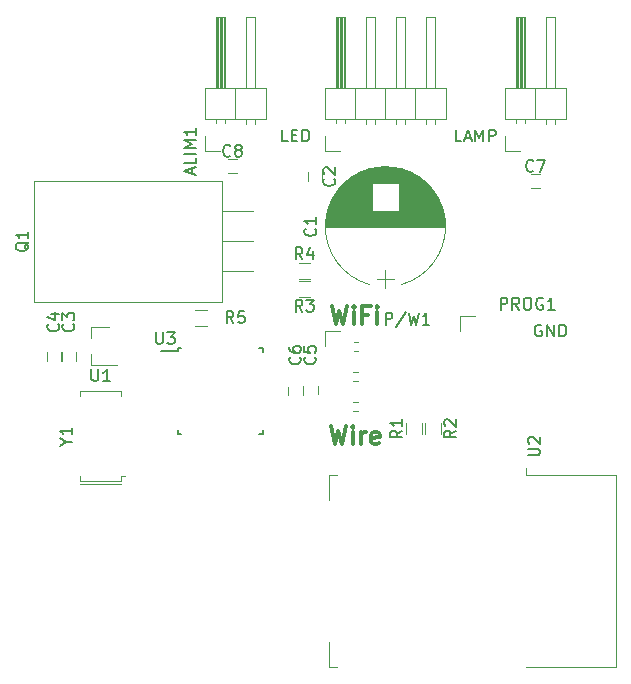
<source format=gto>
G04 #@! TF.GenerationSoftware,KiCad,Pcbnew,(5.0.1)-3*
G04 #@! TF.CreationDate,2018-12-25T20:41:25+01:00*
G04 #@! TF.ProjectId,iLight,694C696768742E6B696361645F706362,rev?*
G04 #@! TF.SameCoordinates,Original*
G04 #@! TF.FileFunction,Legend,Top*
G04 #@! TF.FilePolarity,Positive*
%FSLAX46Y46*%
G04 Gerber Fmt 4.6, Leading zero omitted, Abs format (unit mm)*
G04 Created by KiCad (PCBNEW (5.0.1)-3) date 25/12/2018 20:41:25*
%MOMM*%
%LPD*%
G01*
G04 APERTURE LIST*
%ADD10C,0.300000*%
%ADD11C,0.120000*%
%ADD12C,0.150000*%
G04 APERTURE END LIST*
D10*
X192202857Y-121098571D02*
X192560000Y-122598571D01*
X192845714Y-121527142D01*
X193131428Y-122598571D01*
X193488571Y-121098571D01*
X194060000Y-122598571D02*
X194060000Y-121598571D01*
X194060000Y-121098571D02*
X193988571Y-121170000D01*
X194060000Y-121241428D01*
X194131428Y-121170000D01*
X194060000Y-121098571D01*
X194060000Y-121241428D01*
X194774285Y-122598571D02*
X194774285Y-121598571D01*
X194774285Y-121884285D02*
X194845714Y-121741428D01*
X194917142Y-121670000D01*
X195060000Y-121598571D01*
X195202857Y-121598571D01*
X196274285Y-122527142D02*
X196131428Y-122598571D01*
X195845714Y-122598571D01*
X195702857Y-122527142D01*
X195631428Y-122384285D01*
X195631428Y-121812857D01*
X195702857Y-121670000D01*
X195845714Y-121598571D01*
X196131428Y-121598571D01*
X196274285Y-121670000D01*
X196345714Y-121812857D01*
X196345714Y-121955714D01*
X195631428Y-122098571D01*
X192310000Y-110938571D02*
X192667142Y-112438571D01*
X192952857Y-111367142D01*
X193238571Y-112438571D01*
X193595714Y-110938571D01*
X194167142Y-112438571D02*
X194167142Y-111438571D01*
X194167142Y-110938571D02*
X194095714Y-111010000D01*
X194167142Y-111081428D01*
X194238571Y-111010000D01*
X194167142Y-110938571D01*
X194167142Y-111081428D01*
X195381428Y-111652857D02*
X194881428Y-111652857D01*
X194881428Y-112438571D02*
X194881428Y-110938571D01*
X195595714Y-110938571D01*
X196167142Y-112438571D02*
X196167142Y-111438571D01*
X196167142Y-110938571D02*
X196095714Y-111010000D01*
X196167142Y-111081428D01*
X196238571Y-111010000D01*
X196167142Y-110938571D01*
X196167142Y-111081428D01*
D11*
G04 #@! TO.C,PROG1*
X203200000Y-111760000D02*
X204470000Y-111760000D01*
X203200000Y-113030000D02*
X203200000Y-111760000D01*
G04 #@! TO.C,P/W1*
X191770000Y-113030000D02*
X193040000Y-113030000D01*
X191770000Y-114300000D02*
X191770000Y-113030000D01*
X194082929Y-119760000D02*
X194537071Y-119760000D01*
X194082929Y-119000000D02*
X194537071Y-119000000D01*
X194082929Y-117220000D02*
X194537071Y-117220000D01*
X194082929Y-116460000D02*
X194537071Y-116460000D01*
X194150000Y-114680000D02*
X194537071Y-114680000D01*
X194150000Y-113920000D02*
X194537071Y-113920000D01*
G04 #@! TO.C,ALIM1*
X181610000Y-97790000D02*
X181610000Y-96520000D01*
X182880000Y-97790000D02*
X181610000Y-97790000D01*
X185800000Y-95477071D02*
X185800000Y-95080000D01*
X185040000Y-95477071D02*
X185040000Y-95080000D01*
X185800000Y-86420000D02*
X185800000Y-92420000D01*
X185040000Y-86420000D02*
X185800000Y-86420000D01*
X185040000Y-92420000D02*
X185040000Y-86420000D01*
X184150000Y-95080000D02*
X184150000Y-92420000D01*
X183260000Y-95410000D02*
X183260000Y-95080000D01*
X182500000Y-95410000D02*
X182500000Y-95080000D01*
X183160000Y-92420000D02*
X183160000Y-86420000D01*
X183040000Y-92420000D02*
X183040000Y-86420000D01*
X182920000Y-92420000D02*
X182920000Y-86420000D01*
X182800000Y-92420000D02*
X182800000Y-86420000D01*
X182680000Y-92420000D02*
X182680000Y-86420000D01*
X182560000Y-92420000D02*
X182560000Y-86420000D01*
X183260000Y-86420000D02*
X183260000Y-92420000D01*
X182500000Y-86420000D02*
X183260000Y-86420000D01*
X182500000Y-92420000D02*
X182500000Y-86420000D01*
X181550000Y-92420000D02*
X181550000Y-95080000D01*
X186750000Y-92420000D02*
X181550000Y-92420000D01*
X186750000Y-95080000D02*
X186750000Y-92420000D01*
X181550000Y-95080000D02*
X186750000Y-95080000D01*
G04 #@! TO.C,C2*
X190281000Y-100299000D02*
X190281000Y-99599000D01*
X191481000Y-99599000D02*
X191481000Y-100299000D01*
G04 #@! TO.C,C3*
X169453000Y-115539000D02*
X169453000Y-114839000D01*
X170653000Y-114839000D02*
X170653000Y-115539000D01*
G04 #@! TO.C,C4*
X169383000Y-114839000D02*
X169383000Y-115539000D01*
X168183000Y-115539000D02*
X168183000Y-114839000D01*
G04 #@! TO.C,C5*
X189900000Y-118394000D02*
X189900000Y-117694000D01*
X191100000Y-117694000D02*
X191100000Y-118394000D01*
G04 #@! TO.C,C6*
X188630000Y-118460000D02*
X188630000Y-117760000D01*
X189830000Y-117760000D02*
X189830000Y-118460000D01*
G04 #@! TO.C,C7*
X209200000Y-99730000D02*
X209900000Y-99730000D01*
X209900000Y-100930000D02*
X209200000Y-100930000D01*
G04 #@! TO.C,C8*
X184246000Y-99660000D02*
X183546000Y-99660000D01*
X183546000Y-98460000D02*
X184246000Y-98460000D01*
G04 #@! TO.C,C1*
X196100000Y-108630000D02*
X197600000Y-108630000D01*
X196850000Y-109380000D02*
X196850000Y-107880000D01*
X196571000Y-99099000D02*
X197129000Y-99099000D01*
X196178000Y-99139000D02*
X197522000Y-99139000D01*
X195937000Y-99179000D02*
X197763000Y-99179000D01*
X195746000Y-99219000D02*
X197954000Y-99219000D01*
X195585000Y-99259000D02*
X198115000Y-99259000D01*
X195443000Y-99299000D02*
X198257000Y-99299000D01*
X195314000Y-99339000D02*
X198386000Y-99339000D01*
X195196000Y-99379000D02*
X198504000Y-99379000D01*
X195087000Y-99419000D02*
X198613000Y-99419000D01*
X194984000Y-99459000D02*
X198716000Y-99459000D01*
X194888000Y-99499000D02*
X198812000Y-99499000D01*
X194797000Y-99539000D02*
X198903000Y-99539000D01*
X194710000Y-99579000D02*
X198990000Y-99579000D01*
X194628000Y-99619000D02*
X199072000Y-99619000D01*
X194549000Y-99659000D02*
X199151000Y-99659000D01*
X194473000Y-99699000D02*
X199227000Y-99699000D01*
X194401000Y-99739000D02*
X199299000Y-99739000D01*
X194331000Y-99779000D02*
X199369000Y-99779000D01*
X194263000Y-99819000D02*
X199437000Y-99819000D01*
X194198000Y-99859000D02*
X199502000Y-99859000D01*
X194135000Y-99899000D02*
X199565000Y-99899000D01*
X194073000Y-99939000D02*
X199627000Y-99939000D01*
X194014000Y-99979000D02*
X199686000Y-99979000D01*
X193956000Y-100019000D02*
X199744000Y-100019000D01*
X193901000Y-100059000D02*
X199799000Y-100059000D01*
X193846000Y-100099000D02*
X199854000Y-100099000D01*
X193793000Y-100139000D02*
X199907000Y-100139000D01*
X193742000Y-100179000D02*
X199958000Y-100179000D01*
X193692000Y-100219000D02*
X200008000Y-100219000D01*
X193643000Y-100259000D02*
X200057000Y-100259000D01*
X193595000Y-100299000D02*
X200105000Y-100299000D01*
X193548000Y-100339000D02*
X200152000Y-100339000D01*
X193503000Y-100379000D02*
X200197000Y-100379000D01*
X193459000Y-100419000D02*
X200241000Y-100419000D01*
X193415000Y-100459000D02*
X200285000Y-100459000D01*
X193373000Y-100499000D02*
X200327000Y-100499000D01*
X198031000Y-100539000D02*
X200368000Y-100539000D01*
X193332000Y-100539000D02*
X195669000Y-100539000D01*
X198031000Y-100579000D02*
X200409000Y-100579000D01*
X193291000Y-100579000D02*
X195669000Y-100579000D01*
X198031000Y-100619000D02*
X200448000Y-100619000D01*
X193252000Y-100619000D02*
X195669000Y-100619000D01*
X198031000Y-100659000D02*
X200487000Y-100659000D01*
X193213000Y-100659000D02*
X195669000Y-100659000D01*
X198031000Y-100699000D02*
X200525000Y-100699000D01*
X193175000Y-100699000D02*
X195669000Y-100699000D01*
X198031000Y-100739000D02*
X200562000Y-100739000D01*
X193138000Y-100739000D02*
X195669000Y-100739000D01*
X198031000Y-100779000D02*
X200598000Y-100779000D01*
X193102000Y-100779000D02*
X195669000Y-100779000D01*
X198031000Y-100819000D02*
X200634000Y-100819000D01*
X193066000Y-100819000D02*
X195669000Y-100819000D01*
X198031000Y-100859000D02*
X200669000Y-100859000D01*
X193031000Y-100859000D02*
X195669000Y-100859000D01*
X198031000Y-100899000D02*
X200703000Y-100899000D01*
X192997000Y-100899000D02*
X195669000Y-100899000D01*
X198031000Y-100939000D02*
X200736000Y-100939000D01*
X192964000Y-100939000D02*
X195669000Y-100939000D01*
X198031000Y-100979000D02*
X200769000Y-100979000D01*
X192931000Y-100979000D02*
X195669000Y-100979000D01*
X198031000Y-101019000D02*
X200801000Y-101019000D01*
X192899000Y-101019000D02*
X195669000Y-101019000D01*
X198031000Y-101059000D02*
X200832000Y-101059000D01*
X192868000Y-101059000D02*
X195669000Y-101059000D01*
X198031000Y-101099000D02*
X200863000Y-101099000D01*
X192837000Y-101099000D02*
X195669000Y-101099000D01*
X198031000Y-101139000D02*
X200893000Y-101139000D01*
X192807000Y-101139000D02*
X195669000Y-101139000D01*
X198031000Y-101179000D02*
X200922000Y-101179000D01*
X192778000Y-101179000D02*
X195669000Y-101179000D01*
X198031000Y-101219000D02*
X200951000Y-101219000D01*
X192749000Y-101219000D02*
X195669000Y-101219000D01*
X198031000Y-101259000D02*
X200980000Y-101259000D01*
X192720000Y-101259000D02*
X195669000Y-101259000D01*
X198031000Y-101299000D02*
X201007000Y-101299000D01*
X192693000Y-101299000D02*
X195669000Y-101299000D01*
X198031000Y-101339000D02*
X201035000Y-101339000D01*
X192665000Y-101339000D02*
X195669000Y-101339000D01*
X198031000Y-101379000D02*
X201061000Y-101379000D01*
X192639000Y-101379000D02*
X195669000Y-101379000D01*
X198031000Y-101419000D02*
X201087000Y-101419000D01*
X192613000Y-101419000D02*
X195669000Y-101419000D01*
X198031000Y-101459000D02*
X201113000Y-101459000D01*
X192587000Y-101459000D02*
X195669000Y-101459000D01*
X198031000Y-101499000D02*
X201138000Y-101499000D01*
X192562000Y-101499000D02*
X195669000Y-101499000D01*
X198031000Y-101539000D02*
X201162000Y-101539000D01*
X192538000Y-101539000D02*
X195669000Y-101539000D01*
X198031000Y-101579000D02*
X201186000Y-101579000D01*
X192514000Y-101579000D02*
X195669000Y-101579000D01*
X198031000Y-101619000D02*
X201210000Y-101619000D01*
X192490000Y-101619000D02*
X195669000Y-101619000D01*
X198031000Y-101659000D02*
X201233000Y-101659000D01*
X192467000Y-101659000D02*
X195669000Y-101659000D01*
X198031000Y-101699000D02*
X201255000Y-101699000D01*
X192445000Y-101699000D02*
X195669000Y-101699000D01*
X198031000Y-101739000D02*
X201278000Y-101739000D01*
X192422000Y-101739000D02*
X195669000Y-101739000D01*
X198031000Y-101779000D02*
X201299000Y-101779000D01*
X192401000Y-101779000D02*
X195669000Y-101779000D01*
X198031000Y-101819000D02*
X201320000Y-101819000D01*
X192380000Y-101819000D02*
X195669000Y-101819000D01*
X198031000Y-101859000D02*
X201341000Y-101859000D01*
X192359000Y-101859000D02*
X195669000Y-101859000D01*
X198031000Y-101899000D02*
X201361000Y-101899000D01*
X192339000Y-101899000D02*
X195669000Y-101899000D01*
X198031000Y-101939000D02*
X201381000Y-101939000D01*
X192319000Y-101939000D02*
X195669000Y-101939000D01*
X198031000Y-101979000D02*
X201400000Y-101979000D01*
X192300000Y-101979000D02*
X195669000Y-101979000D01*
X198031000Y-102019000D02*
X201419000Y-102019000D01*
X192281000Y-102019000D02*
X195669000Y-102019000D01*
X198031000Y-102059000D02*
X201438000Y-102059000D01*
X192262000Y-102059000D02*
X195669000Y-102059000D01*
X198031000Y-102099000D02*
X201456000Y-102099000D01*
X192244000Y-102099000D02*
X195669000Y-102099000D01*
X198031000Y-102139000D02*
X201474000Y-102139000D01*
X192226000Y-102139000D02*
X195669000Y-102139000D01*
X198031000Y-102179000D02*
X201491000Y-102179000D01*
X192209000Y-102179000D02*
X195669000Y-102179000D01*
X198031000Y-102219000D02*
X201508000Y-102219000D01*
X192192000Y-102219000D02*
X195669000Y-102219000D01*
X198031000Y-102259000D02*
X201524000Y-102259000D01*
X192176000Y-102259000D02*
X195669000Y-102259000D01*
X198031000Y-102299000D02*
X201541000Y-102299000D01*
X192159000Y-102299000D02*
X195669000Y-102299000D01*
X198031000Y-102339000D02*
X201556000Y-102339000D01*
X192144000Y-102339000D02*
X195669000Y-102339000D01*
X198031000Y-102379000D02*
X201572000Y-102379000D01*
X192128000Y-102379000D02*
X195669000Y-102379000D01*
X198031000Y-102419000D02*
X201587000Y-102419000D01*
X192113000Y-102419000D02*
X195669000Y-102419000D01*
X198031000Y-102459000D02*
X201601000Y-102459000D01*
X192099000Y-102459000D02*
X195669000Y-102459000D01*
X198031000Y-102499000D02*
X201615000Y-102499000D01*
X192085000Y-102499000D02*
X195669000Y-102499000D01*
X198031000Y-102539000D02*
X201629000Y-102539000D01*
X192071000Y-102539000D02*
X195669000Y-102539000D01*
X198031000Y-102579000D02*
X201642000Y-102579000D01*
X192058000Y-102579000D02*
X195669000Y-102579000D01*
X198031000Y-102619000D02*
X201656000Y-102619000D01*
X192044000Y-102619000D02*
X195669000Y-102619000D01*
X198031000Y-102659000D02*
X201668000Y-102659000D01*
X192032000Y-102659000D02*
X195669000Y-102659000D01*
X198031000Y-102699000D02*
X201681000Y-102699000D01*
X192019000Y-102699000D02*
X195669000Y-102699000D01*
X198031000Y-102739000D02*
X201693000Y-102739000D01*
X192007000Y-102739000D02*
X195669000Y-102739000D01*
X198031000Y-102779000D02*
X201704000Y-102779000D01*
X191996000Y-102779000D02*
X195669000Y-102779000D01*
X198031000Y-102819000D02*
X201715000Y-102819000D01*
X191985000Y-102819000D02*
X195669000Y-102819000D01*
X198031000Y-102859000D02*
X201726000Y-102859000D01*
X191974000Y-102859000D02*
X195669000Y-102859000D01*
X191963000Y-102899000D02*
X201737000Y-102899000D01*
X191953000Y-102939000D02*
X201747000Y-102939000D01*
X191943000Y-102979000D02*
X201757000Y-102979000D01*
X191933000Y-103019000D02*
X201767000Y-103019000D01*
X191924000Y-103059000D02*
X201776000Y-103059000D01*
X191915000Y-103099000D02*
X201785000Y-103099000D01*
X191907000Y-103139000D02*
X201793000Y-103139000D01*
X191899000Y-103179000D02*
X201801000Y-103179000D01*
X191891000Y-103219000D02*
X201809000Y-103219000D01*
X191883000Y-103259000D02*
X201817000Y-103259000D01*
X191876000Y-103299000D02*
X201824000Y-103299000D01*
X191869000Y-103339000D02*
X201831000Y-103339000D01*
X191863000Y-103379000D02*
X201837000Y-103379000D01*
X191857000Y-103419000D02*
X201843000Y-103419000D01*
X191851000Y-103459000D02*
X201849000Y-103459000D01*
X191845000Y-103500000D02*
X201855000Y-103500000D01*
X191840000Y-103540000D02*
X201860000Y-103540000D01*
X191835000Y-103580000D02*
X201865000Y-103580000D01*
X191830000Y-103620000D02*
X201870000Y-103620000D01*
X191826000Y-103660000D02*
X201874000Y-103660000D01*
X191822000Y-103700000D02*
X201878000Y-103700000D01*
X191819000Y-103740000D02*
X201881000Y-103740000D01*
X191815000Y-103780000D02*
X201885000Y-103780000D01*
X191812000Y-103820000D02*
X201888000Y-103820000D01*
X191810000Y-103860000D02*
X201890000Y-103860000D01*
X191807000Y-103900000D02*
X201893000Y-103900000D01*
X191805000Y-103940000D02*
X201895000Y-103940000D01*
X191803000Y-103980000D02*
X201897000Y-103980000D01*
X191802000Y-104020000D02*
X201898000Y-104020000D01*
X191801000Y-104060000D02*
X201899000Y-104060000D01*
X191800000Y-104100000D02*
X201900000Y-104100000D01*
X191800000Y-104140000D02*
X201900000Y-104140000D01*
X191800000Y-104180000D02*
X201900000Y-104180000D01*
X198233264Y-99281563D02*
G75*
G03X195470000Y-99280643I-1383264J-4898437D01*
G01*
X198233264Y-99281563D02*
G75*
G02X198230000Y-109079357I-1383264J-4898437D01*
G01*
X195466736Y-99281563D02*
G75*
G03X195470000Y-109079357I1383264J-4898437D01*
G01*
G04 #@! TO.C,Y1*
X171020000Y-125720000D02*
X171020000Y-125320000D01*
X174420000Y-125720000D02*
X171020000Y-125720000D01*
X174420000Y-125320000D02*
X174420000Y-125720000D01*
X174820000Y-125320000D02*
X174420000Y-125320000D01*
X171020000Y-125960000D02*
X174420000Y-125960000D01*
X174420000Y-118120000D02*
X174420000Y-118520000D01*
X171020000Y-118120000D02*
X174420000Y-118120000D01*
X171020000Y-118520000D02*
X171020000Y-118120000D01*
D12*
G04 #@! TO.C,U3*
X179255000Y-114710000D02*
X177830000Y-114710000D01*
X186505000Y-114485000D02*
X186180000Y-114485000D01*
X186505000Y-121735000D02*
X186180000Y-121735000D01*
X179255000Y-121735000D02*
X179580000Y-121735000D01*
X179255000Y-114485000D02*
X179580000Y-114485000D01*
X179255000Y-121735000D02*
X179255000Y-121410000D01*
X186505000Y-121735000D02*
X186505000Y-121410000D01*
X186505000Y-114485000D02*
X186505000Y-114810000D01*
X179255000Y-114485000D02*
X179255000Y-114710000D01*
D11*
G04 #@! TO.C,LAMP*
X206950000Y-95080000D02*
X212150000Y-95080000D01*
X212150000Y-95080000D02*
X212150000Y-92420000D01*
X212150000Y-92420000D02*
X206950000Y-92420000D01*
X206950000Y-92420000D02*
X206950000Y-95080000D01*
X207900000Y-92420000D02*
X207900000Y-86420000D01*
X207900000Y-86420000D02*
X208660000Y-86420000D01*
X208660000Y-86420000D02*
X208660000Y-92420000D01*
X207960000Y-92420000D02*
X207960000Y-86420000D01*
X208080000Y-92420000D02*
X208080000Y-86420000D01*
X208200000Y-92420000D02*
X208200000Y-86420000D01*
X208320000Y-92420000D02*
X208320000Y-86420000D01*
X208440000Y-92420000D02*
X208440000Y-86420000D01*
X208560000Y-92420000D02*
X208560000Y-86420000D01*
X207900000Y-95410000D02*
X207900000Y-95080000D01*
X208660000Y-95410000D02*
X208660000Y-95080000D01*
X209550000Y-95080000D02*
X209550000Y-92420000D01*
X210440000Y-92420000D02*
X210440000Y-86420000D01*
X210440000Y-86420000D02*
X211200000Y-86420000D01*
X211200000Y-86420000D02*
X211200000Y-92420000D01*
X210440000Y-95477071D02*
X210440000Y-95080000D01*
X211200000Y-95477071D02*
X211200000Y-95080000D01*
X208280000Y-97790000D02*
X207010000Y-97790000D01*
X207010000Y-97790000D02*
X207010000Y-96520000D01*
G04 #@! TO.C,LED*
X191710000Y-95080000D02*
X201990000Y-95080000D01*
X201990000Y-95080000D02*
X201990000Y-92420000D01*
X201990000Y-92420000D02*
X191710000Y-92420000D01*
X191710000Y-92420000D02*
X191710000Y-95080000D01*
X192660000Y-92420000D02*
X192660000Y-86420000D01*
X192660000Y-86420000D02*
X193420000Y-86420000D01*
X193420000Y-86420000D02*
X193420000Y-92420000D01*
X192720000Y-92420000D02*
X192720000Y-86420000D01*
X192840000Y-92420000D02*
X192840000Y-86420000D01*
X192960000Y-92420000D02*
X192960000Y-86420000D01*
X193080000Y-92420000D02*
X193080000Y-86420000D01*
X193200000Y-92420000D02*
X193200000Y-86420000D01*
X193320000Y-92420000D02*
X193320000Y-86420000D01*
X192660000Y-95410000D02*
X192660000Y-95080000D01*
X193420000Y-95410000D02*
X193420000Y-95080000D01*
X194310000Y-95080000D02*
X194310000Y-92420000D01*
X195200000Y-92420000D02*
X195200000Y-86420000D01*
X195200000Y-86420000D02*
X195960000Y-86420000D01*
X195960000Y-86420000D02*
X195960000Y-92420000D01*
X195200000Y-95477071D02*
X195200000Y-95080000D01*
X195960000Y-95477071D02*
X195960000Y-95080000D01*
X196850000Y-95080000D02*
X196850000Y-92420000D01*
X197740000Y-92420000D02*
X197740000Y-86420000D01*
X197740000Y-86420000D02*
X198500000Y-86420000D01*
X198500000Y-86420000D02*
X198500000Y-92420000D01*
X197740000Y-95477071D02*
X197740000Y-95080000D01*
X198500000Y-95477071D02*
X198500000Y-95080000D01*
X199390000Y-95080000D02*
X199390000Y-92420000D01*
X200280000Y-92420000D02*
X200280000Y-86420000D01*
X200280000Y-86420000D02*
X201040000Y-86420000D01*
X201040000Y-86420000D02*
X201040000Y-92420000D01*
X200280000Y-95477071D02*
X200280000Y-95080000D01*
X201040000Y-95477071D02*
X201040000Y-95080000D01*
X193040000Y-97790000D02*
X191770000Y-97790000D01*
X191770000Y-97790000D02*
X191770000Y-96520000D01*
G04 #@! TO.C,U2*
X208716000Y-125230000D02*
X208716000Y-124620000D01*
X208716000Y-125230000D02*
X216336000Y-125230000D01*
X192096000Y-125230000D02*
X192716000Y-125230000D01*
X192096000Y-127350000D02*
X192096000Y-125230000D01*
X192096000Y-141470000D02*
X192096000Y-139350000D01*
X192716000Y-141470000D02*
X192096000Y-141470000D01*
X216336000Y-141470000D02*
X208716000Y-141470000D01*
X216336000Y-125230000D02*
X216336000Y-141470000D01*
G04 #@! TO.C,R1*
X198583000Y-121785000D02*
X198583000Y-120785000D01*
X199943000Y-120785000D02*
X199943000Y-121785000D01*
G04 #@! TO.C,R2*
X200234000Y-121785000D02*
X200234000Y-120785000D01*
X201594000Y-120785000D02*
X201594000Y-121785000D01*
G04 #@! TO.C,R3*
X190492000Y-110154000D02*
X189492000Y-110154000D01*
X189492000Y-108794000D02*
X190492000Y-108794000D01*
G04 #@! TO.C,R4*
X190492000Y-108630000D02*
X189492000Y-108630000D01*
X189492000Y-107270000D02*
X190492000Y-107270000D01*
G04 #@! TO.C,R5*
X180729000Y-111207000D02*
X181729000Y-111207000D01*
X181729000Y-112567000D02*
X180729000Y-112567000D01*
G04 #@! TO.C,U1*
X171960000Y-112720000D02*
X173420000Y-112720000D01*
X171960000Y-115880000D02*
X174120000Y-115880000D01*
X171960000Y-115880000D02*
X171960000Y-114950000D01*
X171960000Y-112720000D02*
X171960000Y-113650000D01*
G04 #@! TO.C,Q1*
X183000000Y-102870000D02*
X185624000Y-102870000D01*
X183000000Y-105410000D02*
X185624000Y-105410000D01*
X183000000Y-107950000D02*
X185640000Y-107950000D01*
X167110000Y-100290000D02*
X183000000Y-100290000D01*
X167110000Y-110530000D02*
X183000000Y-110530000D01*
X167110000Y-110530000D02*
X167110000Y-100290000D01*
X183000000Y-110530000D02*
X183000000Y-100290000D01*
G04 #@! TO.C,PROG1*
D12*
X206593095Y-111212380D02*
X206593095Y-110212380D01*
X206974047Y-110212380D01*
X207069285Y-110260000D01*
X207116904Y-110307619D01*
X207164523Y-110402857D01*
X207164523Y-110545714D01*
X207116904Y-110640952D01*
X207069285Y-110688571D01*
X206974047Y-110736190D01*
X206593095Y-110736190D01*
X208164523Y-111212380D02*
X207831190Y-110736190D01*
X207593095Y-111212380D02*
X207593095Y-110212380D01*
X207974047Y-110212380D01*
X208069285Y-110260000D01*
X208116904Y-110307619D01*
X208164523Y-110402857D01*
X208164523Y-110545714D01*
X208116904Y-110640952D01*
X208069285Y-110688571D01*
X207974047Y-110736190D01*
X207593095Y-110736190D01*
X208783571Y-110212380D02*
X208974047Y-110212380D01*
X209069285Y-110260000D01*
X209164523Y-110355238D01*
X209212142Y-110545714D01*
X209212142Y-110879047D01*
X209164523Y-111069523D01*
X209069285Y-111164761D01*
X208974047Y-111212380D01*
X208783571Y-111212380D01*
X208688333Y-111164761D01*
X208593095Y-111069523D01*
X208545476Y-110879047D01*
X208545476Y-110545714D01*
X208593095Y-110355238D01*
X208688333Y-110260000D01*
X208783571Y-110212380D01*
X210164523Y-110260000D02*
X210069285Y-110212380D01*
X209926428Y-110212380D01*
X209783571Y-110260000D01*
X209688333Y-110355238D01*
X209640714Y-110450476D01*
X209593095Y-110640952D01*
X209593095Y-110783809D01*
X209640714Y-110974285D01*
X209688333Y-111069523D01*
X209783571Y-111164761D01*
X209926428Y-111212380D01*
X210021666Y-111212380D01*
X210164523Y-111164761D01*
X210212142Y-111117142D01*
X210212142Y-110783809D01*
X210021666Y-110783809D01*
X211164523Y-111212380D02*
X210593095Y-111212380D01*
X210878809Y-111212380D02*
X210878809Y-110212380D01*
X210783571Y-110355238D01*
X210688333Y-110450476D01*
X210593095Y-110498095D01*
X210058095Y-112530000D02*
X209962857Y-112482380D01*
X209820000Y-112482380D01*
X209677142Y-112530000D01*
X209581904Y-112625238D01*
X209534285Y-112720476D01*
X209486666Y-112910952D01*
X209486666Y-113053809D01*
X209534285Y-113244285D01*
X209581904Y-113339523D01*
X209677142Y-113434761D01*
X209820000Y-113482380D01*
X209915238Y-113482380D01*
X210058095Y-113434761D01*
X210105714Y-113387142D01*
X210105714Y-113053809D01*
X209915238Y-113053809D01*
X210534285Y-113482380D02*
X210534285Y-112482380D01*
X211105714Y-113482380D01*
X211105714Y-112482380D01*
X211581904Y-113482380D02*
X211581904Y-112482380D01*
X211820000Y-112482380D01*
X211962857Y-112530000D01*
X212058095Y-112625238D01*
X212105714Y-112720476D01*
X212153333Y-112910952D01*
X212153333Y-113053809D01*
X212105714Y-113244285D01*
X212058095Y-113339523D01*
X211962857Y-113434761D01*
X211820000Y-113482380D01*
X211581904Y-113482380D01*
G04 #@! TO.C,P/W1*
X196861666Y-112482380D02*
X196861666Y-111482380D01*
X197242619Y-111482380D01*
X197337857Y-111530000D01*
X197385476Y-111577619D01*
X197433095Y-111672857D01*
X197433095Y-111815714D01*
X197385476Y-111910952D01*
X197337857Y-111958571D01*
X197242619Y-112006190D01*
X196861666Y-112006190D01*
X198575952Y-111434761D02*
X197718809Y-112720476D01*
X198814047Y-111482380D02*
X199052142Y-112482380D01*
X199242619Y-111768095D01*
X199433095Y-112482380D01*
X199671190Y-111482380D01*
X200575952Y-112482380D02*
X200004523Y-112482380D01*
X200290238Y-112482380D02*
X200290238Y-111482380D01*
X200195000Y-111625238D01*
X200099761Y-111720476D01*
X200004523Y-111768095D01*
G04 #@! TO.C,ALIM1*
X180506666Y-99718571D02*
X180506666Y-99242380D01*
X180792380Y-99813809D02*
X179792380Y-99480476D01*
X180792380Y-99147142D01*
X180792380Y-98337619D02*
X180792380Y-98813809D01*
X179792380Y-98813809D01*
X180792380Y-98004285D02*
X179792380Y-98004285D01*
X180792380Y-97528095D02*
X179792380Y-97528095D01*
X180506666Y-97194761D01*
X179792380Y-96861428D01*
X180792380Y-96861428D01*
X180792380Y-95861428D02*
X180792380Y-96432857D01*
X180792380Y-96147142D02*
X179792380Y-96147142D01*
X179935238Y-96242380D01*
X180030476Y-96337619D01*
X180078095Y-96432857D01*
G04 #@! TO.C,C2*
X192488142Y-100115666D02*
X192535761Y-100163285D01*
X192583380Y-100306142D01*
X192583380Y-100401380D01*
X192535761Y-100544238D01*
X192440523Y-100639476D01*
X192345285Y-100687095D01*
X192154809Y-100734714D01*
X192011952Y-100734714D01*
X191821476Y-100687095D01*
X191726238Y-100639476D01*
X191631000Y-100544238D01*
X191583380Y-100401380D01*
X191583380Y-100306142D01*
X191631000Y-100163285D01*
X191678619Y-100115666D01*
X191678619Y-99734714D02*
X191631000Y-99687095D01*
X191583380Y-99591857D01*
X191583380Y-99353761D01*
X191631000Y-99258523D01*
X191678619Y-99210904D01*
X191773857Y-99163285D01*
X191869095Y-99163285D01*
X192011952Y-99210904D01*
X192583380Y-99782333D01*
X192583380Y-99163285D01*
G04 #@! TO.C,C3*
X170410142Y-112434666D02*
X170457761Y-112482285D01*
X170505380Y-112625142D01*
X170505380Y-112720380D01*
X170457761Y-112863238D01*
X170362523Y-112958476D01*
X170267285Y-113006095D01*
X170076809Y-113053714D01*
X169933952Y-113053714D01*
X169743476Y-113006095D01*
X169648238Y-112958476D01*
X169553000Y-112863238D01*
X169505380Y-112720380D01*
X169505380Y-112625142D01*
X169553000Y-112482285D01*
X169600619Y-112434666D01*
X169505380Y-112101333D02*
X169505380Y-111482285D01*
X169886333Y-111815619D01*
X169886333Y-111672761D01*
X169933952Y-111577523D01*
X169981571Y-111529904D01*
X170076809Y-111482285D01*
X170314904Y-111482285D01*
X170410142Y-111529904D01*
X170457761Y-111577523D01*
X170505380Y-111672761D01*
X170505380Y-111958476D01*
X170457761Y-112053714D01*
X170410142Y-112101333D01*
G04 #@! TO.C,C4*
X169140142Y-112434666D02*
X169187761Y-112482285D01*
X169235380Y-112625142D01*
X169235380Y-112720380D01*
X169187761Y-112863238D01*
X169092523Y-112958476D01*
X168997285Y-113006095D01*
X168806809Y-113053714D01*
X168663952Y-113053714D01*
X168473476Y-113006095D01*
X168378238Y-112958476D01*
X168283000Y-112863238D01*
X168235380Y-112720380D01*
X168235380Y-112625142D01*
X168283000Y-112482285D01*
X168330619Y-112434666D01*
X168568714Y-111577523D02*
X169235380Y-111577523D01*
X168187761Y-111815619D02*
X168902047Y-112053714D01*
X168902047Y-111434666D01*
G04 #@! TO.C,C5*
X190857142Y-115228666D02*
X190904761Y-115276285D01*
X190952380Y-115419142D01*
X190952380Y-115514380D01*
X190904761Y-115657238D01*
X190809523Y-115752476D01*
X190714285Y-115800095D01*
X190523809Y-115847714D01*
X190380952Y-115847714D01*
X190190476Y-115800095D01*
X190095238Y-115752476D01*
X190000000Y-115657238D01*
X189952380Y-115514380D01*
X189952380Y-115419142D01*
X190000000Y-115276285D01*
X190047619Y-115228666D01*
X189952380Y-114323904D02*
X189952380Y-114800095D01*
X190428571Y-114847714D01*
X190380952Y-114800095D01*
X190333333Y-114704857D01*
X190333333Y-114466761D01*
X190380952Y-114371523D01*
X190428571Y-114323904D01*
X190523809Y-114276285D01*
X190761904Y-114276285D01*
X190857142Y-114323904D01*
X190904761Y-114371523D01*
X190952380Y-114466761D01*
X190952380Y-114704857D01*
X190904761Y-114800095D01*
X190857142Y-114847714D01*
G04 #@! TO.C,C6*
X189587142Y-115228666D02*
X189634761Y-115276285D01*
X189682380Y-115419142D01*
X189682380Y-115514380D01*
X189634761Y-115657238D01*
X189539523Y-115752476D01*
X189444285Y-115800095D01*
X189253809Y-115847714D01*
X189110952Y-115847714D01*
X188920476Y-115800095D01*
X188825238Y-115752476D01*
X188730000Y-115657238D01*
X188682380Y-115514380D01*
X188682380Y-115419142D01*
X188730000Y-115276285D01*
X188777619Y-115228666D01*
X188682380Y-114371523D02*
X188682380Y-114562000D01*
X188730000Y-114657238D01*
X188777619Y-114704857D01*
X188920476Y-114800095D01*
X189110952Y-114847714D01*
X189491904Y-114847714D01*
X189587142Y-114800095D01*
X189634761Y-114752476D01*
X189682380Y-114657238D01*
X189682380Y-114466761D01*
X189634761Y-114371523D01*
X189587142Y-114323904D01*
X189491904Y-114276285D01*
X189253809Y-114276285D01*
X189158571Y-114323904D01*
X189110952Y-114371523D01*
X189063333Y-114466761D01*
X189063333Y-114657238D01*
X189110952Y-114752476D01*
X189158571Y-114800095D01*
X189253809Y-114847714D01*
G04 #@! TO.C,C7*
X209383333Y-99437142D02*
X209335714Y-99484761D01*
X209192857Y-99532380D01*
X209097619Y-99532380D01*
X208954761Y-99484761D01*
X208859523Y-99389523D01*
X208811904Y-99294285D01*
X208764285Y-99103809D01*
X208764285Y-98960952D01*
X208811904Y-98770476D01*
X208859523Y-98675238D01*
X208954761Y-98580000D01*
X209097619Y-98532380D01*
X209192857Y-98532380D01*
X209335714Y-98580000D01*
X209383333Y-98627619D01*
X209716666Y-98532380D02*
X210383333Y-98532380D01*
X209954761Y-99532380D01*
G04 #@! TO.C,C8*
X183729333Y-98167142D02*
X183681714Y-98214761D01*
X183538857Y-98262380D01*
X183443619Y-98262380D01*
X183300761Y-98214761D01*
X183205523Y-98119523D01*
X183157904Y-98024285D01*
X183110285Y-97833809D01*
X183110285Y-97690952D01*
X183157904Y-97500476D01*
X183205523Y-97405238D01*
X183300761Y-97310000D01*
X183443619Y-97262380D01*
X183538857Y-97262380D01*
X183681714Y-97310000D01*
X183729333Y-97357619D01*
X184300761Y-97690952D02*
X184205523Y-97643333D01*
X184157904Y-97595714D01*
X184110285Y-97500476D01*
X184110285Y-97452857D01*
X184157904Y-97357619D01*
X184205523Y-97310000D01*
X184300761Y-97262380D01*
X184491238Y-97262380D01*
X184586476Y-97310000D01*
X184634095Y-97357619D01*
X184681714Y-97452857D01*
X184681714Y-97500476D01*
X184634095Y-97595714D01*
X184586476Y-97643333D01*
X184491238Y-97690952D01*
X184300761Y-97690952D01*
X184205523Y-97738571D01*
X184157904Y-97786190D01*
X184110285Y-97881428D01*
X184110285Y-98071904D01*
X184157904Y-98167142D01*
X184205523Y-98214761D01*
X184300761Y-98262380D01*
X184491238Y-98262380D01*
X184586476Y-98214761D01*
X184634095Y-98167142D01*
X184681714Y-98071904D01*
X184681714Y-97881428D01*
X184634095Y-97786190D01*
X184586476Y-97738571D01*
X184491238Y-97690952D01*
G04 #@! TO.C,C1*
X190897142Y-104346666D02*
X190944761Y-104394285D01*
X190992380Y-104537142D01*
X190992380Y-104632380D01*
X190944761Y-104775238D01*
X190849523Y-104870476D01*
X190754285Y-104918095D01*
X190563809Y-104965714D01*
X190420952Y-104965714D01*
X190230476Y-104918095D01*
X190135238Y-104870476D01*
X190040000Y-104775238D01*
X189992380Y-104632380D01*
X189992380Y-104537142D01*
X190040000Y-104394285D01*
X190087619Y-104346666D01*
X190992380Y-103394285D02*
X190992380Y-103965714D01*
X190992380Y-103680000D02*
X189992380Y-103680000D01*
X190135238Y-103775238D01*
X190230476Y-103870476D01*
X190278095Y-103965714D01*
G04 #@! TO.C,Y1*
X169796190Y-122396190D02*
X170272380Y-122396190D01*
X169272380Y-122729523D02*
X169796190Y-122396190D01*
X169272380Y-122062857D01*
X170272380Y-121205714D02*
X170272380Y-121777142D01*
X170272380Y-121491428D02*
X169272380Y-121491428D01*
X169415238Y-121586666D01*
X169510476Y-121681904D01*
X169558095Y-121777142D01*
G04 #@! TO.C,U3*
X177419095Y-113117380D02*
X177419095Y-113926904D01*
X177466714Y-114022142D01*
X177514333Y-114069761D01*
X177609571Y-114117380D01*
X177800047Y-114117380D01*
X177895285Y-114069761D01*
X177942904Y-114022142D01*
X177990523Y-113926904D01*
X177990523Y-113117380D01*
X178371476Y-113117380D02*
X178990523Y-113117380D01*
X178657190Y-113498333D01*
X178800047Y-113498333D01*
X178895285Y-113545952D01*
X178942904Y-113593571D01*
X178990523Y-113688809D01*
X178990523Y-113926904D01*
X178942904Y-114022142D01*
X178895285Y-114069761D01*
X178800047Y-114117380D01*
X178514333Y-114117380D01*
X178419095Y-114069761D01*
X178371476Y-114022142D01*
G04 #@! TO.C,LAMP*
X203279523Y-96972380D02*
X202803333Y-96972380D01*
X202803333Y-95972380D01*
X203565238Y-96686666D02*
X204041428Y-96686666D01*
X203470000Y-96972380D02*
X203803333Y-95972380D01*
X204136666Y-96972380D01*
X204470000Y-96972380D02*
X204470000Y-95972380D01*
X204803333Y-96686666D01*
X205136666Y-95972380D01*
X205136666Y-96972380D01*
X205612857Y-96972380D02*
X205612857Y-95972380D01*
X205993809Y-95972380D01*
X206089047Y-96020000D01*
X206136666Y-96067619D01*
X206184285Y-96162857D01*
X206184285Y-96305714D01*
X206136666Y-96400952D01*
X206089047Y-96448571D01*
X205993809Y-96496190D01*
X205612857Y-96496190D01*
G04 #@! TO.C,LED*
X188587142Y-96972380D02*
X188110952Y-96972380D01*
X188110952Y-95972380D01*
X188920476Y-96448571D02*
X189253809Y-96448571D01*
X189396666Y-96972380D02*
X188920476Y-96972380D01*
X188920476Y-95972380D01*
X189396666Y-95972380D01*
X189825238Y-96972380D02*
X189825238Y-95972380D01*
X190063333Y-95972380D01*
X190206190Y-96020000D01*
X190301428Y-96115238D01*
X190349047Y-96210476D01*
X190396666Y-96400952D01*
X190396666Y-96543809D01*
X190349047Y-96734285D01*
X190301428Y-96829523D01*
X190206190Y-96924761D01*
X190063333Y-96972380D01*
X189825238Y-96972380D01*
G04 #@! TO.C,U2*
X208928380Y-123551904D02*
X209737904Y-123551904D01*
X209833142Y-123504285D01*
X209880761Y-123456666D01*
X209928380Y-123361428D01*
X209928380Y-123170952D01*
X209880761Y-123075714D01*
X209833142Y-123028095D01*
X209737904Y-122980476D01*
X208928380Y-122980476D01*
X209023619Y-122551904D02*
X208976000Y-122504285D01*
X208928380Y-122409047D01*
X208928380Y-122170952D01*
X208976000Y-122075714D01*
X209023619Y-122028095D01*
X209118857Y-121980476D01*
X209214095Y-121980476D01*
X209356952Y-122028095D01*
X209928380Y-122599523D01*
X209928380Y-121980476D01*
G04 #@! TO.C,R1*
X198265380Y-121451666D02*
X197789190Y-121785000D01*
X198265380Y-122023095D02*
X197265380Y-122023095D01*
X197265380Y-121642142D01*
X197313000Y-121546904D01*
X197360619Y-121499285D01*
X197455857Y-121451666D01*
X197598714Y-121451666D01*
X197693952Y-121499285D01*
X197741571Y-121546904D01*
X197789190Y-121642142D01*
X197789190Y-122023095D01*
X198265380Y-120499285D02*
X198265380Y-121070714D01*
X198265380Y-120785000D02*
X197265380Y-120785000D01*
X197408238Y-120880238D01*
X197503476Y-120975476D01*
X197551095Y-121070714D01*
G04 #@! TO.C,R2*
X202816380Y-121451666D02*
X202340190Y-121785000D01*
X202816380Y-122023095D02*
X201816380Y-122023095D01*
X201816380Y-121642142D01*
X201864000Y-121546904D01*
X201911619Y-121499285D01*
X202006857Y-121451666D01*
X202149714Y-121451666D01*
X202244952Y-121499285D01*
X202292571Y-121546904D01*
X202340190Y-121642142D01*
X202340190Y-122023095D01*
X201911619Y-121070714D02*
X201864000Y-121023095D01*
X201816380Y-120927857D01*
X201816380Y-120689761D01*
X201864000Y-120594523D01*
X201911619Y-120546904D01*
X202006857Y-120499285D01*
X202102095Y-120499285D01*
X202244952Y-120546904D01*
X202816380Y-121118333D01*
X202816380Y-120499285D01*
G04 #@! TO.C,R3*
X189825333Y-111376380D02*
X189492000Y-110900190D01*
X189253904Y-111376380D02*
X189253904Y-110376380D01*
X189634857Y-110376380D01*
X189730095Y-110424000D01*
X189777714Y-110471619D01*
X189825333Y-110566857D01*
X189825333Y-110709714D01*
X189777714Y-110804952D01*
X189730095Y-110852571D01*
X189634857Y-110900190D01*
X189253904Y-110900190D01*
X190158666Y-110376380D02*
X190777714Y-110376380D01*
X190444380Y-110757333D01*
X190587238Y-110757333D01*
X190682476Y-110804952D01*
X190730095Y-110852571D01*
X190777714Y-110947809D01*
X190777714Y-111185904D01*
X190730095Y-111281142D01*
X190682476Y-111328761D01*
X190587238Y-111376380D01*
X190301523Y-111376380D01*
X190206285Y-111328761D01*
X190158666Y-111281142D01*
G04 #@! TO.C,R4*
X189825333Y-106952380D02*
X189492000Y-106476190D01*
X189253904Y-106952380D02*
X189253904Y-105952380D01*
X189634857Y-105952380D01*
X189730095Y-106000000D01*
X189777714Y-106047619D01*
X189825333Y-106142857D01*
X189825333Y-106285714D01*
X189777714Y-106380952D01*
X189730095Y-106428571D01*
X189634857Y-106476190D01*
X189253904Y-106476190D01*
X190682476Y-106285714D02*
X190682476Y-106952380D01*
X190444380Y-105904761D02*
X190206285Y-106619047D01*
X190825333Y-106619047D01*
G04 #@! TO.C,R5*
X183983333Y-112339380D02*
X183650000Y-111863190D01*
X183411904Y-112339380D02*
X183411904Y-111339380D01*
X183792857Y-111339380D01*
X183888095Y-111387000D01*
X183935714Y-111434619D01*
X183983333Y-111529857D01*
X183983333Y-111672714D01*
X183935714Y-111767952D01*
X183888095Y-111815571D01*
X183792857Y-111863190D01*
X183411904Y-111863190D01*
X184888095Y-111339380D02*
X184411904Y-111339380D01*
X184364285Y-111815571D01*
X184411904Y-111767952D01*
X184507142Y-111720333D01*
X184745238Y-111720333D01*
X184840476Y-111767952D01*
X184888095Y-111815571D01*
X184935714Y-111910809D01*
X184935714Y-112148904D01*
X184888095Y-112244142D01*
X184840476Y-112291761D01*
X184745238Y-112339380D01*
X184507142Y-112339380D01*
X184411904Y-112291761D01*
X184364285Y-112244142D01*
G04 #@! TO.C,U1*
X171958095Y-116252380D02*
X171958095Y-117061904D01*
X172005714Y-117157142D01*
X172053333Y-117204761D01*
X172148571Y-117252380D01*
X172339047Y-117252380D01*
X172434285Y-117204761D01*
X172481904Y-117157142D01*
X172529523Y-117061904D01*
X172529523Y-116252380D01*
X173529523Y-117252380D02*
X172958095Y-117252380D01*
X173243809Y-117252380D02*
X173243809Y-116252380D01*
X173148571Y-116395238D01*
X173053333Y-116490476D01*
X172958095Y-116538095D01*
G04 #@! TO.C,Q1*
X166657619Y-105505238D02*
X166610000Y-105600476D01*
X166514761Y-105695714D01*
X166371904Y-105838571D01*
X166324285Y-105933809D01*
X166324285Y-106029047D01*
X166562380Y-105981428D02*
X166514761Y-106076666D01*
X166419523Y-106171904D01*
X166229047Y-106219523D01*
X165895714Y-106219523D01*
X165705238Y-106171904D01*
X165610000Y-106076666D01*
X165562380Y-105981428D01*
X165562380Y-105790952D01*
X165610000Y-105695714D01*
X165705238Y-105600476D01*
X165895714Y-105552857D01*
X166229047Y-105552857D01*
X166419523Y-105600476D01*
X166514761Y-105695714D01*
X166562380Y-105790952D01*
X166562380Y-105981428D01*
X166562380Y-104600476D02*
X166562380Y-105171904D01*
X166562380Y-104886190D02*
X165562380Y-104886190D01*
X165705238Y-104981428D01*
X165800476Y-105076666D01*
X165848095Y-105171904D01*
G04 #@! TD*
M02*

</source>
